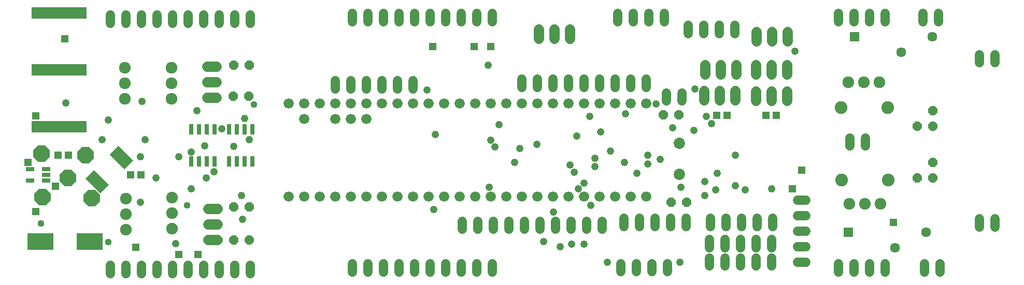
<source format=gbs>
G75*
%MOIN*%
%OFA0B0*%
%FSLAX25Y25*%
%IPPOS*%
%LPD*%
%AMOC8*
5,1,8,0,0,1.08239X$1,22.5*
%
%ADD10OC8,0.06000*%
%ADD11C,0.06800*%
%ADD12OC8,0.10800*%
%ADD13C,0.06600*%
%ADD14C,0.07550*%
%ADD15R,0.02900X0.07100*%
%ADD16C,0.07300*%
%ADD17C,0.06000*%
%ADD18R,0.16548X0.10643*%
%ADD19R,0.35800X0.07800*%
%ADD20R,0.06343X0.06343*%
%ADD21C,0.06343*%
%ADD22C,0.08200*%
%ADD23R,0.04737X0.05131*%
%ADD24R,0.07887X0.13398*%
%ADD25R,0.05524X0.03162*%
%ADD26C,0.04762*%
%ADD27R,0.04762X0.04762*%
%ADD28C,0.04369*%
D10*
X0251967Y0149681D03*
X0261967Y0149681D03*
X0261967Y0171020D03*
X0251967Y0171020D03*
X0251573Y0242634D03*
X0261573Y0242634D03*
X0261967Y0262594D03*
X0251967Y0262594D03*
X0528089Y0230665D03*
X0538089Y0230665D03*
X0533148Y0174209D03*
X0543148Y0174209D03*
X0691396Y0189799D03*
X0701396Y0189799D03*
X0701396Y0199799D03*
X0701396Y0223264D03*
X0691396Y0223264D03*
X0701396Y0233264D03*
D11*
X0607974Y0239366D02*
X0607974Y0245366D01*
X0597974Y0245366D02*
X0597974Y0239366D01*
X0587974Y0239366D02*
X0587974Y0245366D01*
X0574510Y0245681D02*
X0574510Y0239681D01*
X0564510Y0239681D02*
X0564510Y0245681D01*
X0554510Y0245681D02*
X0554510Y0239681D01*
X0555297Y0256374D02*
X0555297Y0262374D01*
X0565297Y0262374D02*
X0565297Y0256374D01*
X0575297Y0256374D02*
X0575297Y0262374D01*
X0587974Y0262453D02*
X0587974Y0256453D01*
X0597974Y0256453D02*
X0597974Y0262453D01*
X0607974Y0262453D02*
X0607974Y0256453D01*
X0608100Y0277835D02*
X0608100Y0283835D01*
X0598100Y0283835D02*
X0598100Y0277835D01*
X0588100Y0277835D02*
X0588100Y0283835D01*
X0468112Y0285382D02*
X0468112Y0279382D01*
X0458112Y0279382D02*
X0458112Y0285382D01*
X0448112Y0285382D02*
X0448112Y0279382D01*
X0240793Y0261650D02*
X0234793Y0261650D01*
X0234793Y0251650D02*
X0240793Y0251650D01*
X0240793Y0241650D02*
X0234793Y0241650D01*
X0235581Y0169988D02*
X0241581Y0169988D01*
X0241581Y0159988D02*
X0235581Y0159988D01*
X0235581Y0149988D02*
X0241581Y0149988D01*
D12*
X0160510Y0176807D03*
X0145116Y0189878D03*
X0129014Y0177516D03*
X0128069Y0205665D03*
X0156415Y0204484D03*
D13*
X0287100Y0177862D03*
X0297100Y0177862D03*
X0307100Y0177862D03*
X0317100Y0177862D03*
X0327100Y0177862D03*
X0337100Y0177862D03*
X0347100Y0177862D03*
X0357100Y0177862D03*
X0367100Y0177862D03*
X0377100Y0177862D03*
X0387100Y0177862D03*
X0397100Y0177862D03*
X0407100Y0177862D03*
X0417100Y0177862D03*
X0427100Y0177862D03*
X0437100Y0177862D03*
X0447100Y0177862D03*
X0457100Y0177862D03*
X0467100Y0177862D03*
X0477100Y0177862D03*
X0487100Y0177862D03*
X0497100Y0177862D03*
X0507100Y0177862D03*
X0517100Y0177862D03*
X0517100Y0237862D03*
X0507100Y0237862D03*
X0497100Y0237862D03*
X0487100Y0237862D03*
X0477100Y0237862D03*
X0467100Y0237862D03*
X0457100Y0237862D03*
X0447100Y0237862D03*
X0437100Y0237862D03*
X0427100Y0237862D03*
X0417100Y0237862D03*
X0407100Y0237862D03*
X0397100Y0237862D03*
X0387100Y0237862D03*
X0377100Y0237862D03*
X0367100Y0237862D03*
X0357100Y0237862D03*
X0347100Y0237862D03*
X0337100Y0237862D03*
X0327100Y0237862D03*
X0317100Y0237862D03*
X0307100Y0237862D03*
X0297100Y0237862D03*
X0287100Y0237862D03*
X0297100Y0227862D03*
X0317100Y0227862D03*
X0327100Y0227862D03*
X0337100Y0227862D03*
D14*
X0211793Y0240941D03*
X0211793Y0250941D03*
X0211793Y0260941D03*
X0181998Y0260862D03*
X0181998Y0250862D03*
X0181998Y0240862D03*
X0182675Y0176650D03*
X0182675Y0166650D03*
X0182675Y0156650D03*
X0212085Y0157043D03*
X0212085Y0167043D03*
X0212085Y0177043D03*
X0647852Y0173146D03*
X0657852Y0173146D03*
X0667852Y0173146D03*
X0667360Y0251394D03*
X0657360Y0251394D03*
X0647360Y0251394D03*
D15*
X0263955Y0221312D03*
X0258955Y0221312D03*
X0253955Y0221312D03*
X0248955Y0221312D03*
X0239545Y0221312D03*
X0234545Y0221312D03*
X0229545Y0221312D03*
X0224545Y0221312D03*
X0224545Y0200412D03*
X0229545Y0200412D03*
X0234545Y0200412D03*
X0239545Y0200412D03*
X0248955Y0200412D03*
X0253955Y0200412D03*
X0258955Y0200412D03*
X0263955Y0200412D03*
D16*
X0538435Y0192185D03*
X0538435Y0212185D03*
D17*
X0172557Y0133423D02*
X0172557Y0128223D01*
X0182557Y0128223D02*
X0182557Y0133423D01*
X0192557Y0133423D02*
X0192557Y0128223D01*
X0202557Y0128223D02*
X0202557Y0133423D01*
X0212557Y0133423D02*
X0212557Y0128223D01*
X0222557Y0128223D02*
X0222557Y0133423D01*
X0232557Y0133423D02*
X0232557Y0128223D01*
X0242557Y0128223D02*
X0242557Y0133423D01*
X0252557Y0133423D02*
X0252557Y0128223D01*
X0262557Y0128223D02*
X0262557Y0133423D01*
X0328069Y0134407D02*
X0328069Y0129207D01*
X0338069Y0129207D02*
X0338069Y0134407D01*
X0348069Y0134407D02*
X0348069Y0129207D01*
X0358069Y0129207D02*
X0358069Y0134407D01*
X0368069Y0134407D02*
X0368069Y0129207D01*
X0378069Y0129207D02*
X0378069Y0134407D01*
X0388069Y0134407D02*
X0388069Y0129207D01*
X0398069Y0129207D02*
X0398069Y0134407D01*
X0408069Y0134407D02*
X0408069Y0129207D01*
X0418069Y0129207D02*
X0418069Y0134407D01*
X0418935Y0156766D02*
X0418935Y0161966D01*
X0408935Y0161966D02*
X0408935Y0156766D01*
X0398935Y0156766D02*
X0398935Y0161966D01*
X0428935Y0161966D02*
X0428935Y0156766D01*
X0438935Y0156766D02*
X0438935Y0161966D01*
X0448935Y0161966D02*
X0448935Y0156766D01*
X0458935Y0156766D02*
X0458935Y0161966D01*
X0468935Y0161966D02*
X0468935Y0156766D01*
X0478935Y0156766D02*
X0478935Y0161966D01*
X0488935Y0161966D02*
X0488935Y0156766D01*
X0502872Y0158490D02*
X0502872Y0163690D01*
X0512872Y0163690D02*
X0512872Y0158490D01*
X0522872Y0158490D02*
X0522872Y0163690D01*
X0532872Y0163690D02*
X0532872Y0158490D01*
X0542872Y0158490D02*
X0542872Y0163690D01*
X0558667Y0163738D02*
X0558667Y0158538D01*
X0568667Y0158538D02*
X0568667Y0163738D01*
X0578667Y0163738D02*
X0578667Y0158538D01*
X0588667Y0158538D02*
X0588667Y0163738D01*
X0598667Y0163738D02*
X0598667Y0158538D01*
X0614563Y0155429D02*
X0619763Y0155429D01*
X0619763Y0145429D02*
X0614563Y0145429D01*
X0597793Y0144955D02*
X0597793Y0150155D01*
X0587793Y0150155D02*
X0587793Y0144955D01*
X0587793Y0138344D02*
X0587793Y0133144D01*
X0597793Y0133144D02*
X0597793Y0138344D01*
X0614563Y0135429D02*
X0619763Y0135429D01*
X0640963Y0134407D02*
X0640963Y0129207D01*
X0650963Y0129207D02*
X0650963Y0134407D01*
X0660963Y0134407D02*
X0660963Y0129207D01*
X0670963Y0129207D02*
X0670963Y0134407D01*
X0696081Y0134407D02*
X0696081Y0129207D01*
X0706081Y0129207D02*
X0706081Y0134407D01*
X0731514Y0158243D02*
X0731514Y0163443D01*
X0741514Y0163443D02*
X0741514Y0158243D01*
X0658344Y0210408D02*
X0658344Y0215608D01*
X0648344Y0215608D02*
X0648344Y0210408D01*
X0619763Y0175429D02*
X0614563Y0175429D01*
X0614563Y0165429D02*
X0619763Y0165429D01*
X0577793Y0150155D02*
X0577793Y0144955D01*
X0567793Y0144955D02*
X0567793Y0150155D01*
X0557793Y0150155D02*
X0557793Y0144955D01*
X0557793Y0138344D02*
X0557793Y0133144D01*
X0567793Y0133144D02*
X0567793Y0138344D01*
X0577793Y0138344D02*
X0577793Y0133144D01*
X0530938Y0134607D02*
X0530938Y0129407D01*
X0520938Y0129407D02*
X0520938Y0134607D01*
X0510938Y0134607D02*
X0510938Y0129407D01*
X0500938Y0129407D02*
X0500938Y0134607D01*
X0530234Y0239443D02*
X0530234Y0244643D01*
X0517203Y0248302D02*
X0517203Y0253502D01*
X0507203Y0253502D02*
X0507203Y0248302D01*
X0497203Y0248302D02*
X0497203Y0253502D01*
X0487203Y0253502D02*
X0487203Y0248302D01*
X0477203Y0248302D02*
X0477203Y0253502D01*
X0467203Y0253502D02*
X0467203Y0248302D01*
X0457203Y0248302D02*
X0457203Y0253502D01*
X0447203Y0253502D02*
X0447203Y0248302D01*
X0437203Y0248302D02*
X0437203Y0253502D01*
X0367065Y0252517D02*
X0367065Y0247317D01*
X0357065Y0247317D02*
X0357065Y0252517D01*
X0347065Y0252517D02*
X0347065Y0247317D01*
X0337065Y0247317D02*
X0337065Y0252517D01*
X0327065Y0252517D02*
X0327065Y0247317D01*
X0317065Y0247317D02*
X0317065Y0252517D01*
X0328069Y0290624D02*
X0328069Y0295824D01*
X0338069Y0295824D02*
X0338069Y0290624D01*
X0348069Y0290624D02*
X0348069Y0295824D01*
X0358069Y0295824D02*
X0358069Y0290624D01*
X0368069Y0290624D02*
X0368069Y0295824D01*
X0378069Y0295824D02*
X0378069Y0290624D01*
X0388069Y0290624D02*
X0388069Y0295824D01*
X0398069Y0295824D02*
X0398069Y0290624D01*
X0408069Y0290624D02*
X0408069Y0295824D01*
X0418069Y0295824D02*
X0418069Y0290624D01*
X0498738Y0290624D02*
X0498738Y0295824D01*
X0508738Y0295824D02*
X0508738Y0290624D01*
X0518738Y0290624D02*
X0518738Y0295824D01*
X0528738Y0295824D02*
X0528738Y0290624D01*
X0544211Y0288210D02*
X0544211Y0283010D01*
X0554211Y0283010D02*
X0554211Y0288210D01*
X0564211Y0288210D02*
X0564211Y0283010D01*
X0574211Y0283010D02*
X0574211Y0288210D01*
X0640963Y0290624D02*
X0640963Y0295824D01*
X0650963Y0295824D02*
X0650963Y0290624D01*
X0660963Y0290624D02*
X0660963Y0295824D01*
X0670963Y0295824D02*
X0670963Y0290624D01*
X0695077Y0290624D02*
X0695077Y0295824D01*
X0705077Y0295824D02*
X0705077Y0290624D01*
X0731494Y0269250D02*
X0731494Y0264050D01*
X0741494Y0264050D02*
X0741494Y0269250D01*
X0540234Y0244643D02*
X0540234Y0239443D01*
X0262557Y0289640D02*
X0262557Y0294840D01*
X0252557Y0294840D02*
X0252557Y0289640D01*
X0242557Y0289640D02*
X0242557Y0294840D01*
X0232557Y0294840D02*
X0232557Y0289640D01*
X0222557Y0289640D02*
X0222557Y0294840D01*
X0212557Y0294840D02*
X0212557Y0289640D01*
X0202557Y0289640D02*
X0202557Y0294840D01*
X0192557Y0294840D02*
X0192557Y0289640D01*
X0182557Y0289640D02*
X0182557Y0294840D01*
X0172557Y0294840D02*
X0172557Y0289640D01*
D18*
X0159156Y0148933D03*
X0127659Y0148933D03*
D19*
X0139439Y0222988D03*
X0139439Y0259602D03*
X0139439Y0296295D03*
D20*
X0647380Y0154858D03*
X0651317Y0280843D03*
D21*
X0681317Y0270843D03*
X0701317Y0280843D03*
X0697380Y0154858D03*
X0677380Y0144858D03*
D22*
X0673010Y0188402D03*
X0643010Y0188402D03*
X0642518Y0235154D03*
X0672518Y0235154D03*
D23*
X0600825Y0230232D03*
X0594132Y0230232D03*
X0569329Y0230232D03*
X0562636Y0230232D03*
X0192360Y0191846D03*
X0185667Y0191846D03*
X0145608Y0204642D03*
X0138915Y0204642D03*
D24*
G36*
X0156546Y0189392D02*
X0162123Y0194969D01*
X0171596Y0185496D01*
X0166019Y0179919D01*
X0156546Y0189392D01*
G37*
G36*
X0172136Y0204982D02*
X0177713Y0210559D01*
X0187186Y0201086D01*
X0181609Y0195509D01*
X0172136Y0204982D01*
G37*
D25*
X0131163Y0195587D03*
X0131163Y0191846D03*
X0131163Y0188106D03*
X0120880Y0188106D03*
X0120880Y0195587D03*
D26*
X0167360Y0214484D03*
X0191967Y0203657D03*
X0194919Y0214484D03*
X0216573Y0203657D03*
X0224447Y0206610D03*
X0233305Y0210547D03*
X0244132Y0221374D03*
X0258896Y0228264D03*
X0261848Y0214484D03*
X0252006Y0210055D03*
X0239211Y0193815D03*
X0234289Y0189878D03*
X0224447Y0182988D03*
X0201809Y0189878D03*
X0191967Y0174130D03*
X0214604Y0147555D03*
X0257419Y0163303D03*
X0256927Y0178559D03*
X0171297Y0227280D03*
X0192951Y0239091D03*
X0228384Y0233185D03*
X0143738Y0238106D03*
X0376163Y0246370D03*
X0415486Y0262457D03*
X0480726Y0229390D03*
X0487876Y0219559D03*
X0472683Y0216878D03*
X0494132Y0207047D03*
X0484301Y0202579D03*
X0484301Y0197217D03*
X0470896Y0193642D03*
X0468215Y0198110D03*
X0477152Y0186492D03*
X0473577Y0182917D03*
X0481620Y0172193D03*
X0457490Y0167724D03*
X0451234Y0148957D03*
X0461959Y0145382D03*
X0469108Y0147169D03*
X0477152Y0147169D03*
X0492238Y0135551D03*
X0538817Y0135551D03*
X0554904Y0178449D03*
X0562053Y0182024D03*
X0554904Y0187386D03*
X0562947Y0192748D03*
X0574565Y0184705D03*
X0580821Y0182024D03*
X0597801Y0182917D03*
X0574565Y0204366D03*
X0547754Y0220453D03*
X0559372Y0224921D03*
X0555797Y0229390D03*
X0534348Y0222240D03*
X0523624Y0237433D03*
X0503963Y0231177D03*
X0548648Y0247264D03*
X0612994Y0271394D03*
X0518262Y0204366D03*
X0526305Y0201685D03*
X0518262Y0199004D03*
X0511112Y0192748D03*
X0503069Y0199898D03*
X0539711Y0183811D03*
X0446766Y0211516D03*
X0436041Y0208835D03*
X0419955Y0209728D03*
X0417274Y0214197D03*
X0422636Y0224028D03*
X0381526Y0217772D03*
X0432467Y0199898D03*
X0416380Y0183811D03*
X0380632Y0169512D03*
D27*
X0228876Y0140665D03*
X0216573Y0140665D03*
X0189014Y0145094D03*
X0124545Y0168224D03*
X0137341Y0184465D03*
X0119624Y0199720D03*
X0124545Y0229740D03*
X0143246Y0279445D03*
X0379959Y0274524D03*
X0406533Y0274524D03*
X0417360Y0274524D03*
X0617163Y0194799D03*
X0611258Y0182988D03*
X0676219Y0161335D03*
D28*
X0264801Y0237122D03*
X0221986Y0172161D03*
X0171297Y0148539D03*
X0127990Y0160350D03*
M02*

</source>
